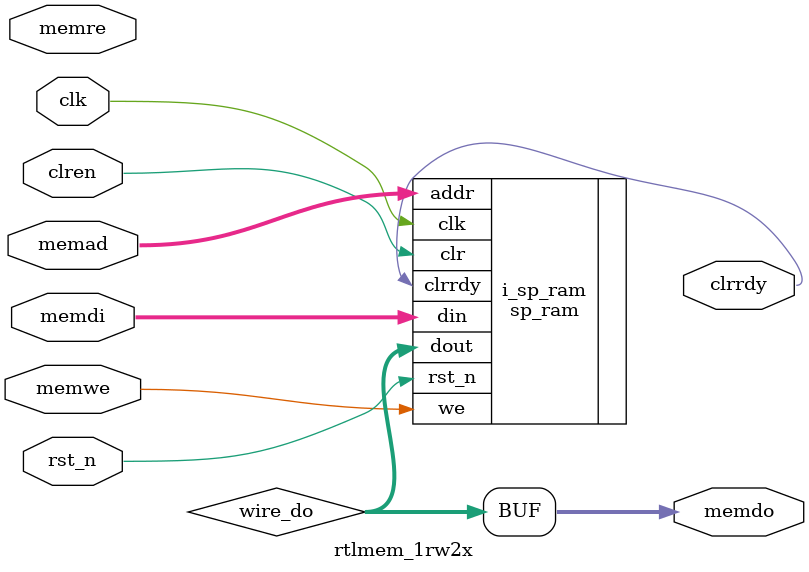
<source format=v>

module rtlmem_1rw2x
    (
     clk,
     rst_n,

     // Clear content RAM
     clren,
     clrrdy,

     // Memory interface
     memad,
     memwe,
     memdi,
     memre,
     memdo
     );

////////////////////////////////////////////////////////////////////////////////
// Parameter declarations
parameter G_TYPE        = "INFER";      // INFER(default), BLOCK, LUT
parameter G_ADDR        = 10;
parameter G_WIDTH       = 16;
parameter G_DEPTH       = 2**G_ADDR;
parameter G_RST_VAL     = {G_WIDTH{1'b0}};

// Xilinx's Attributes
parameter X_ALGORITHM   = 1;            // 0: fixed primitive, 1: Minimum area, 2: low power
parameter X_PRIM_TYPE   = 1;            // 0: 1x16k, 1: 2x8k, 2: 4x4k, 3: 9x2k, 4: 18x1k, 5: 36x512, 6: 72x512

// Altera's Attributes
parameter A_MAXDEPTH    = 0;            // 0 (auto), 128, 256, 512, 1024, 2048, 4096
parameter A_BRAM_TYPE   = "AUTO";       // AUTO, M512, M4K, M-RAM, MLAB, M9K, M144K, M10K, M20K, LC
// M512 blocks are not supported in true dual-port RAM mode
// MLAB blocks are not supported in simple dual-port RAM mode with mixed-width port feature, true dual-port RAM mode, and dual-port ROM mode
parameter A_INIT_FILE   = "UNUSED";

////////////////////////////////////////////////////////////////////////////////
// Port declarations
input                   clk;
input                   rst_n;

// Clear content RAM
input                   clren;
output                  clrrdy;

// Memory interface
input [G_ADDR-1:0]      memad;
input                   memwe;
input [G_WIDTH-1:0]     memdi;
input                   memre;
output [G_WIDTH-1:0]    memdo;

////////////////////////////////////////////////////////////////////////////////
// Local logic and instantiation
wire [G_WIDTH-1:0]      wire_do;

`ifdef RTL_MEM_SIM
reg                     memre1, memre2;
always @(posedge clk)
    begin
    if (!rst_n) {memre1, memre2} <= 2'b00;
    else        {memre1, memre2} <= {memre, memre1};
    end

assign memdo = memre2 ? wire_do : {G_WIDTH{1'b0}};  // if not read, data is zero for easy debug
`else
assign memdo = wire_do;
`endif

sp_ram 
    #(
      .G_TYPE           (G_TYPE),
      .G_ADDR           (G_ADDR),
      .G_WIDTH          (G_WIDTH),
      .G_DEPTH          (G_DEPTH),
      .G_PIPELINE       (2),
      .G_RST_VAL        (G_RST_VAL),
      
      .X_ALGORITHM      (X_ALGORITHM),
      .X_PRIM_TYPE      (X_PRIM_TYPE),
      .X_WR_MODE        ("NO_CHANGE"),
      
      .A_WR_MODE        ("DONT_CARE "),
      .A_MAXDEPTH       (A_MAXDEPTH),
      .A_BRAM_TYPE      (A_BRAM_TYPE),
      .A_INIT_FILE      (A_INIT_FILE)
      )
i_sp_ram
    (
     .clk               (clk),
     .rst_n             (rst_n),
     .clr               (clren),
     .clrrdy            (clrrdy),
     .we                (memwe),
     .addr              (memad),
     .din               (memdi),
     .dout              (wire_do)
     );

endmodule 

</source>
